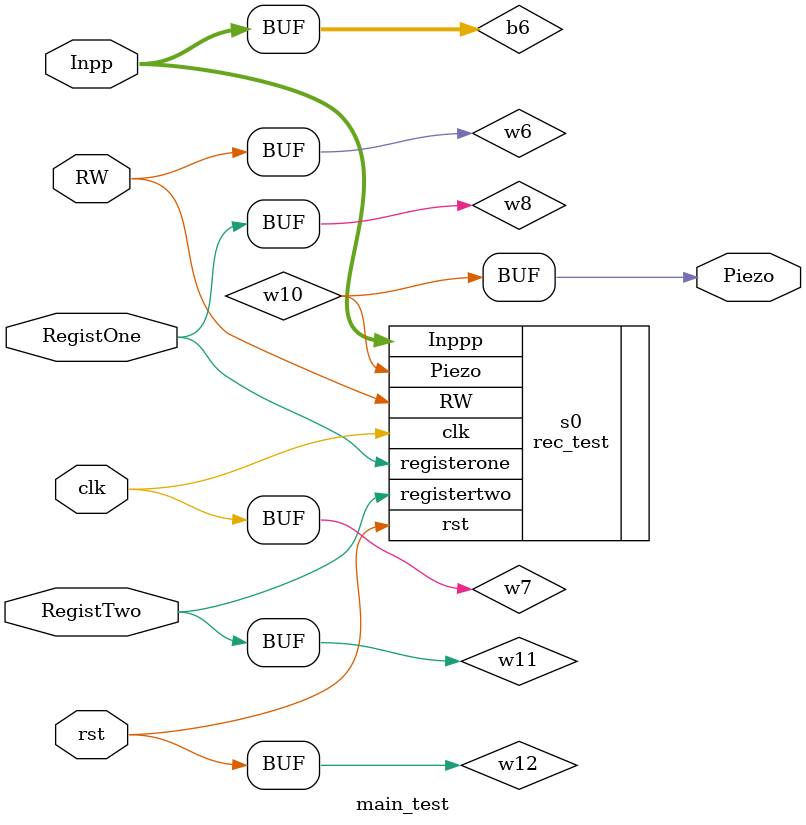
<source format=v>
module main_test(Inpp,RW,clk,rst,RegistOne,RegistTwo,Piezo);

input [7:0] Inpp;
input RW;
input clk;
input rst;
input RegistOne;
input RegistTwo;
output Piezo;

wire  w10;
wire  w8;
wire  w11;
wire  w12;
wire  w7;
wire  w6;
wire [7:0] b6;

assign b6 = Inpp;
assign w6 = RW;
assign w7 = clk;
assign w12 = rst;
assign w8 = RegistOne;
assign w11 = RegistTwo;
assign Piezo = w10;

rec_test
     s0 (
      .Piezo(w10),
      .registerone(w8),
      .registertwo(w11),
      .rst(w12),
      .clk(w7),
      .RW(w6),
      .Inppp(b6));

endmodule


</source>
